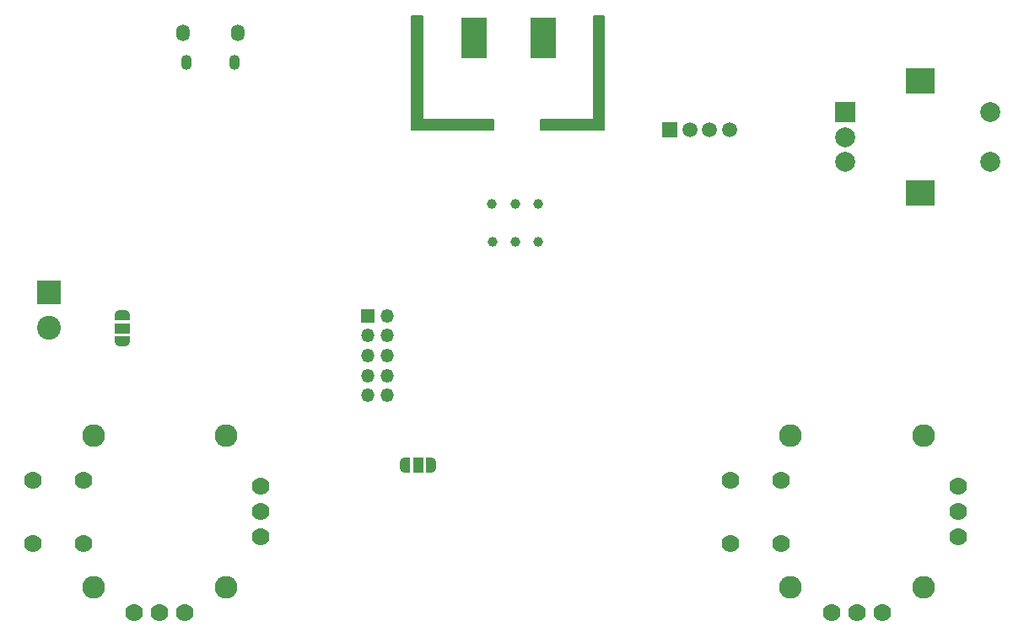
<source format=gbs>
G04 #@! TF.GenerationSoftware,KiCad,Pcbnew,7.0.1*
G04 #@! TF.CreationDate,2023-10-12T07:58:09+02:00*
G04 #@! TF.ProjectId,Controller_board,436f6e74-726f-46c6-9c65-725f626f6172,rev?*
G04 #@! TF.SameCoordinates,Original*
G04 #@! TF.FileFunction,Soldermask,Bot*
G04 #@! TF.FilePolarity,Negative*
%FSLAX46Y46*%
G04 Gerber Fmt 4.6, Leading zero omitted, Abs format (unit mm)*
G04 Created by KiCad (PCBNEW 7.0.1) date 2023-10-12 07:58:09*
%MOMM*%
%LPD*%
G01*
G04 APERTURE LIST*
G04 Aperture macros list*
%AMFreePoly0*
4,1,19,0.550000,-0.750000,0.000000,-0.750000,0.000000,-0.744911,-0.071157,-0.744911,-0.207708,-0.704816,-0.327430,-0.627875,-0.420627,-0.520320,-0.479746,-0.390866,-0.500000,-0.250000,-0.500000,0.250000,-0.479746,0.390866,-0.420627,0.520320,-0.327430,0.627875,-0.207708,0.704816,-0.071157,0.744911,0.000000,0.744911,0.000000,0.750000,0.550000,0.750000,0.550000,-0.750000,0.550000,-0.750000,
$1*%
%AMFreePoly1*
4,1,19,0.000000,0.744911,0.071157,0.744911,0.207708,0.704816,0.327430,0.627875,0.420627,0.520320,0.479746,0.390866,0.500000,0.250000,0.500000,-0.250000,0.479746,-0.390866,0.420627,-0.520320,0.327430,-0.627875,0.207708,-0.704816,0.071157,-0.744911,0.000000,-0.744911,0.000000,-0.750000,-0.550000,-0.750000,-0.550000,0.750000,0.000000,0.750000,0.000000,0.744911,0.000000,0.744911,
$1*%
G04 Aperture macros list end*
%ADD10C,0.150000*%
%ADD11R,2.000000X2.000000*%
%ADD12C,2.000000*%
%ADD13R,3.000000X2.500000*%
%ADD14O,1.350000X1.700000*%
%ADD15O,1.100000X1.500000*%
%ADD16C,1.778000*%
%ADD17C,2.286000*%
%ADD18R,1.500000X1.500000*%
%ADD19C,1.500000*%
%ADD20R,1.350000X1.350000*%
%ADD21O,1.350000X1.350000*%
%ADD22R,2.400000X2.400000*%
%ADD23C,2.400000*%
%ADD24R,2.665000X4.190000*%
%ADD25FreePoly0,270.000000*%
%ADD26R,1.500000X1.000000*%
%ADD27FreePoly1,270.000000*%
%ADD28C,1.000000*%
%ADD29FreePoly0,180.000000*%
%ADD30R,1.000000X1.500000*%
%ADD31FreePoly1,180.000000*%
G04 APERTURE END LIST*
D10*
X106375200Y-90576400D02*
X113487200Y-90576400D01*
X113487200Y-91592400D01*
X105308400Y-91592400D01*
X105308400Y-80137000D01*
X106375200Y-80137000D01*
X106375200Y-90576400D01*
G36*
X106375200Y-90576400D02*
G01*
X113487200Y-90576400D01*
X113487200Y-91592400D01*
X105308400Y-91592400D01*
X105308400Y-80137000D01*
X106375200Y-80137000D01*
X106375200Y-90576400D01*
G37*
X124612400Y-91592400D02*
X118211600Y-91592400D01*
X118211600Y-90576400D01*
X123545600Y-90576400D01*
X123545600Y-80137000D01*
X124612400Y-80137000D01*
X124612400Y-91592400D01*
G36*
X124612400Y-91592400D02*
G01*
X118211600Y-91592400D01*
X118211600Y-90576400D01*
X123545600Y-90576400D01*
X123545600Y-80137000D01*
X124612400Y-80137000D01*
X124612400Y-91592400D01*
G37*
D11*
X148833000Y-89829000D03*
D12*
X148833000Y-94829000D03*
X148833000Y-92329000D03*
D13*
X156333000Y-86729000D03*
X156333000Y-97929000D03*
D12*
X163333000Y-89829000D03*
X163333000Y-94829000D03*
D14*
X87827000Y-81829400D03*
D15*
X87517000Y-84829400D03*
X82677000Y-84829400D03*
D14*
X82367000Y-81829400D03*
D16*
X137300000Y-133175000D03*
X137300000Y-126825000D03*
X142380000Y-133175000D03*
X142380000Y-126825000D03*
X160160000Y-132540000D03*
X160160000Y-130000000D03*
X160160000Y-127460000D03*
D17*
X143332500Y-137620000D03*
X156667500Y-137620000D03*
X156667500Y-122380000D03*
X143332500Y-122380000D03*
D16*
X147460000Y-140160000D03*
X150000000Y-140160000D03*
X152540000Y-140160000D03*
D18*
X131191000Y-91610000D03*
D19*
X133191000Y-91610000D03*
X135191000Y-91610000D03*
X137191000Y-91610000D03*
D20*
X100854000Y-110300000D03*
D21*
X102854000Y-110300000D03*
X100854000Y-112300000D03*
X102854000Y-112300000D03*
X100854000Y-114300000D03*
X102854000Y-114300000D03*
X100854000Y-116300000D03*
X102854000Y-116300000D03*
X100854000Y-118300000D03*
X102854000Y-118300000D03*
D16*
X67300000Y-133175000D03*
X67300000Y-126825000D03*
X72380000Y-133175000D03*
X72380000Y-126825000D03*
X90160000Y-132540000D03*
X90160000Y-130000000D03*
X90160000Y-127460000D03*
D17*
X73332500Y-137620000D03*
X86667500Y-137620000D03*
X86667500Y-122380000D03*
X73332500Y-122380000D03*
D16*
X77460000Y-140160000D03*
X80000000Y-140160000D03*
X82540000Y-140160000D03*
D22*
X68899000Y-107978000D03*
D23*
X68899000Y-111478000D03*
D24*
X111507500Y-82397600D03*
X118492500Y-82397600D03*
D25*
X76200000Y-110254500D03*
D26*
X76200000Y-111554500D03*
D27*
X76200000Y-112854500D03*
D28*
X117983000Y-102870000D03*
D29*
X107218000Y-125292100D03*
D30*
X105918000Y-125292100D03*
D31*
X104618000Y-125292100D03*
D28*
X117983000Y-99060000D03*
X113284000Y-99060000D03*
X113411000Y-102870000D03*
X115697000Y-99060000D03*
X115697000Y-102870000D03*
M02*

</source>
